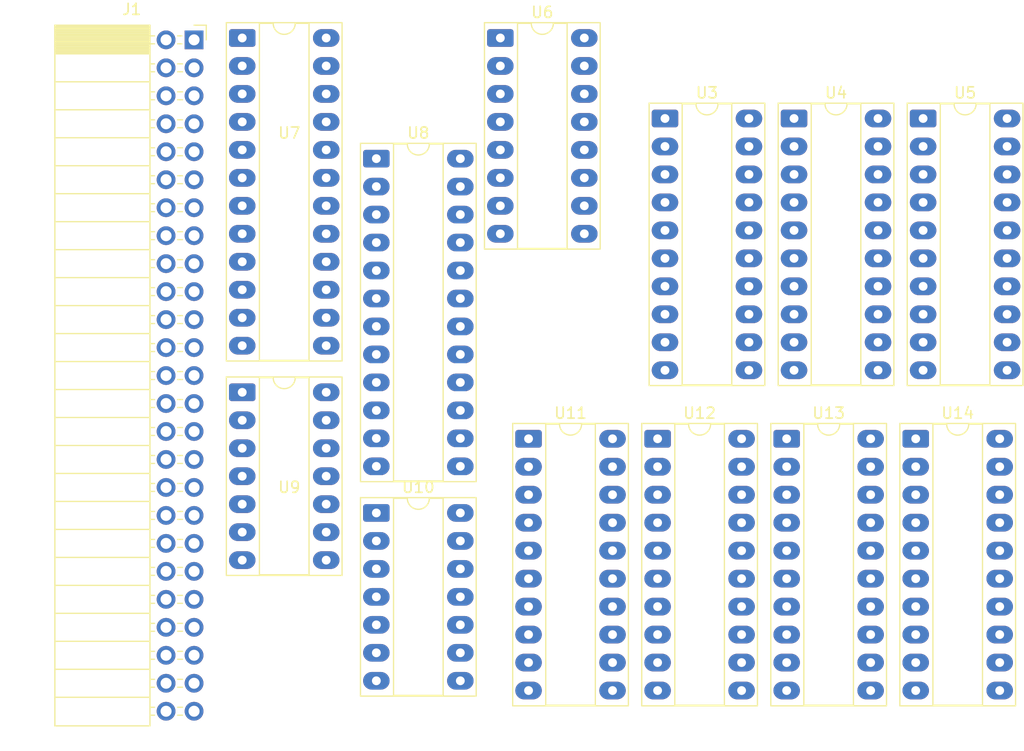
<source format=kicad_pcb>
(kicad_pcb (version 20241229) (generator "pcbnew") (generator_version "9.0")
  (layers (0 "F.Cu" signal) (2 "B.Cu" signal) (13 "F.Paste" user) (15 "B.Paste" user) (5 "F.SilkS" user "F.Silkscreen") (7 "B.SilkS" user "B.Silkscreen") (1 "F.Mask" user) (3 "B.Mask" user) (25 "Edge.Cuts" user))
  (net 0 "")
  (net 1 "/MODE")
  (net 2 "/Sign")
  (net 3 "/~{CarryOut}")
  (net 4 "GND")
  (net 5 "/~{CARRY}")
  (net 8 "/S3")
  (net 9 "VCC")
  (net 10 "/BUS3")
  (net 11 "/~{ToD}")
  (net 12 "/SHR")
  (net 13 "/BUS5")
  (net 16 "/~{Clk}")
  (net 19 "/~{Enable}")
  (net 20 "/SHL")
  (net 23 "/BUS7")
  (net 24 "/Zero")
  (net 25 "/~{HFromD}")
  (net 27 "/~{HToD}")
  (net 28 "/S0")
  (net 31 "/BUS4")
  (net 34 "/S2")
  (net 35 "/S1")
  (net 37 "/BUS0")
  (net 38 "/BUS2")
  (net 42 "/BUS6")
  (net 43 "/BUS1")
  (net 44 "/~{FromD}")
  (net 45 "/ACCUM7")
  (net 46 "/ACCUM3")
  (net 47 "/ACCUM4")
  (net 48 "Net-(U3-A->B)")
  (net 49 "/ACCUM6")
  (net 50 "Net-(U3-CE)")
  (net 51 "/ACCUM1")
  (net 52 "/ACCUM5")
  (net 53 "/ACCUM2")
  (net 54 "/ACCUM0")
  (net 55 "Net-(U4-A->B)")
  (net 56 "Net-(U4-CE)")
  (net 57 "Net-(U5-CE)")
  (net 58 "Net-(U5-A->B)")
  (net 60 "Net-(U6-G1)")
  (net 65 "/H3")
  (net 66 "/H1")
  (net 67 "Net-(U11-B1)")
  (net 68 "/H0")
  (net 69 "Net-(U11-B3)")
  (net 70 "Net-(U11-B0)")
  (net 72 "Net-(U7-Cn+4)")
  (net 73 "/H2")
  (net 76 "Net-(U11-B2)")
  (net 78 "Net-(U11-B4)")
  (net 80 "/H4")
  (net 81 "/H5")
  (net 82 "/H7")
  (net 83 "/H6")
  (net 84 "Net-(U11-B6)")
  (net 86 "Net-(U11-B5)")
  (net 87 "Net-(U9-Pad4)")
  (net 88 "Net-(U10-Pad6)")
  (net 89 "Net-(U9-Pad1)")
  (net 90 "Net-(U10-Pad12)")
  (net 91 "Net-(U10-Pad13)")
  (net 92 "Net-(U10-Pad11)")
  (net 93 "Net-(U10-Pad10)")
  (net 94 "Net-(U12-Cp)")
  (net 95 "Net-(U14-Cp)")
  (footprint "Connector_PinSocket_2.54mm:PinSocket_2x25_P2.54mm_Horizontal" (layer "F.Cu") (at 57.65 88.24)
    (property "Reference" "J1" (at -5.65 -2.77 0) (layer "F.SilkS"))
    (property "Value" "Conn_02x25_Counter_Clockwise")
    (pad "1" thru_hole rect (at 0 0) (size 1.7 1.7) (drill 1) (layers "*.Cu" "*.Mask") (net 9 "VCC"))
    (pad "2" thru_hole circle (at -2.54 0) (size 1.7 1.7) (drill 1) (layers "*.Cu" "*.Mask") (net 4 "GND"))
    (pad "3" thru_hole circle (at 0 2.54) (size 1.7 1.7) (drill 1) (layers "*.Cu" "*.Mask") (net 16 "/~{Clk}"))
    (pad "4" thru_hole circle (at -2.54 2.54) (size 1.7 1.7) (drill 1) (layers "*.Cu" "*.Mask"))
    (pad "5" thru_hole circle (at 0 5.08) (size 1.7 1.7) (drill 1) (layers "*.Cu" "*.Mask"))
    (pad "6" thru_hole circle (at -2.54 5.08) (size 1.7 1.7) (drill 1) (layers "*.Cu" "*.Mask"))
    (pad "7" thru_hole circle (at 0 7.62) (size 1.7 1.7) (drill 1) (layers "*.Cu" "*.Mask"))
    (pad "8" thru_hole circle (at -2.54 7.62) (size 1.7 1.7) (drill 1) (layers "*.Cu" "*.Mask"))
    (pad "9" thru_hole circle (at 0 10.16) (size 1.7 1.7) (drill 1) (layers "*.Cu" "*.Mask"))
    (pad "10" thru_hole circle (at -2.54 10.16) (size 1.7 1.7) (drill 1) (layers "*.Cu" "*.Mask") (net 4 "GND"))
    (pad "11" thru_hole circle (at 0 12.7) (size 1.7 1.7) (drill 1) (layers "*.Cu" "*.Mask") (net 37 "/BUS0"))
    (pad "12" thru_hole circle (at -2.54 12.7) (size 1.7 1.7) (drill 1) (layers "*.Cu" "*.Mask") (net 43 "/BUS1"))
    (pad "13" thru_hole circle (at 0 15.24) (size 1.7 1.7) (drill 1) (layers "*.Cu" "*.Mask") (net 38 "/BUS2"))
    (pad "14" thru_hole circle (at -2.54 15.24) (size 1.7 1.7) (drill 1) (layers "*.Cu" "*.Mask") (net 10 "/BUS3"))
    (pad "15" thru_hole circle (at 0 17.78) (size 1.7 1.7) (drill 1) (layers "*.Cu" "*.Mask") (net 31 "/BUS4"))
    (pad "16" thru_hole circle (at -2.54 17.78) (size 1.7 1.7) (drill 1) (layers "*.Cu" "*.Mask") (net 13 "/BUS5"))
    (pad "17" thru_hole circle (at 0 20.32) (size 1.7 1.7) (drill 1) (layers "*.Cu" "*.Mask") (net 42 "/BUS6"))
    (pad "18" thru_hole circle (at -2.54 20.32) (size 1.7 1.7) (drill 1) (layers "*.Cu" "*.Mask") (net 23 "/BUS7"))
    (pad "19" thru_hole circle (at 0 22.86) (size 1.7 1.7) (drill 1) (layers "*.Cu" "*.Mask") (net 4 "GND"))
    (pad "20" thru_hole circle (at -2.54 22.86) (size 1.7 1.7) (drill 1) (layers "*.Cu" "*.Mask"))
    (pad "21" thru_hole circle (at 0 25.4) (size 1.7 1.7) (drill 1) (layers "*.Cu" "*.Mask"))
    (pad "22" thru_hole circle (at -2.54 25.4) (size 1.7 1.7) (drill 1) (layers "*.Cu" "*.Mask"))
    (pad "23" thru_hole circle (at 0 27.94) (size 1.7 1.7) (drill 1) (layers "*.Cu" "*.Mask"))
    (pad "24" thru_hole circle (at -2.54 27.94) (size 1.7 1.7) (drill 1) (layers "*.Cu" "*.Mask"))
    (pad "25" thru_hole circle (at 0 30.48) (size 1.7 1.7) (drill 1) (layers "*.Cu" "*.Mask") (net 9 "VCC"))
    (pad "26" thru_hole circle (at -2.54 30.48) (size 1.7 1.7) (drill 1) (layers "*.Cu" "*.Mask") (net 9 "VCC"))
    (pad "27" thru_hole circle (at 0 33.02) (size 1.7 1.7) (drill 1) (layers "*.Cu" "*.Mask") (net 11 "/~{ToD}"))
    (pad "28" thru_hole circle (at -2.54 33.02) (size 1.7 1.7) (drill 1) (layers "*.Cu" "*.Mask") (net 12 "/SHR"))
    (pad "29" thru_hole circle (at 0 35.56) (size 1.7 1.7) (drill 1) (layers "*.Cu" "*.Mask") (net 20 "/SHL"))
    (pad "30" thru_hole circle (at -2.54 35.56) (size 1.7 1.7) (drill 1) (layers "*.Cu" "*.Mask") (net 5 "/~{CARRY}"))
    (pad "31" thru_hole circle (at 0 38.1) (size 1.7 1.7) (drill 1) (layers "*.Cu" "*.Mask") (net 1 "/MODE"))
    (pad "32" thru_hole circle (at -2.54 38.1) (size 1.7 1.7) (drill 1) (layers "*.Cu" "*.Mask") (net 8 "/S3"))
    (pad "33" thru_hole circle (at 0 40.64) (size 1.7 1.7) (drill 1) (layers "*.Cu" "*.Mask") (net 34 "/S2"))
    (pad "34" thru_hole circle (at -2.54 40.64) (size 1.7 1.7) (drill 1) (layers "*.Cu" "*.Mask") (net 35 "/S1"))
    (pad "35" thru_hole circle (at 0 43.18) (size 1.7 1.7) (drill 1) (layers "*.Cu" "*.Mask") (net 28 "/S0"))
    (pad "36" thru_hole circle (at -2.54 43.18) (size 1.7 1.7) (drill 1) (layers "*.Cu" "*.Mask") (net 24 "/Zero"))
    (pad "37" thru_hole circle (at 0 45.72) (size 1.7 1.7) (drill 1) (layers "*.Cu" "*.Mask") (net 3 "/~{CarryOut}"))
    (pad "38" thru_hole circle (at -2.54 45.72) (size 1.7 1.7) (drill 1) (layers "*.Cu" "*.Mask") (net 2 "/Sign"))
    (pad "39" thru_hole circle (at 0 48.26) (size 1.7 1.7) (drill 1) (layers "*.Cu" "*.Mask") (net 19 "/~{Enable}"))
    (pad "40" thru_hole circle (at -2.54 48.26) (size 1.7 1.7) (drill 1) (layers "*.Cu" "*.Mask") (net 25 "/~{HFromD}"))
    (pad "41" thru_hole circle (at 0 50.8) (size 1.7 1.7) (drill 1) (layers "*.Cu" "*.Mask") (net 27 "/~{HToD}"))
    (pad "42" thru_hole circle (at -2.54 50.8) (size 1.7 1.7) (drill 1) (layers "*.Cu" "*.Mask"))
    (pad "43" thru_hole circle (at 0 53.34) (size 1.7 1.7) (drill 1) (layers "*.Cu" "*.Mask"))
    (pad "44" thru_hole circle (at -2.54 53.34) (size 1.7 1.7) (drill 1) (layers "*.Cu" "*.Mask"))
    (pad "45" thru_hole circle (at 0 55.88) (size 1.7 1.7) (drill 1) (layers "*.Cu" "*.Mask"))
    (pad "46" thru_hole circle (at -2.54 55.88) (size 1.7 1.7) (drill 1) (layers "*.Cu" "*.Mask"))
    (pad "47" thru_hole circle (at 0 58.42) (size 1.7 1.7) (drill 1) (layers "*.Cu" "*.Mask") (net 44 "/~{FromD}"))
    (pad "48" thru_hole circle (at -2.54 58.42) (size 1.7 1.7) (drill 1) (layers "*.Cu" "*.Mask"))
    (pad "49" thru_hole circle (at 0 60.96) (size 1.7 1.7) (drill 1) (layers "*.Cu" "*.Mask") (net 4 "GND"))
    (pad "50" thru_hole circle (at -2.54 60.96) (size 1.7 1.7) (drill 1) (layers "*.Cu" "*.Mask") (net 9 "VCC"))
  )
  (footprint "Package_DIP:DIP-20_W7.62mm_Socket_LongPads" (layer "F.Cu") (at 123.8 95.38)
    (property "Reference" "U5" (at 3.81 -2.33 0) (layer "F.SilkS"))
    (property "Value" "74LS245")
    (pad "1" thru_hole roundrect (at 0 0) (size 2.4 1.6) (drill 0.8) (layers "*.Cu" "*.Mask") (roundrect_rratio 0.15625) (net 58 "Net-(U5-A->B)"))
    (pad "2" thru_hole oval (at 0 2.54) (size 2.4 1.6) (drill 0.8) (layers "*.Cu" "*.Mask") (net 54 "/ACCUM0"))
    (pad "3" thru_hole oval (at 0 5.08) (size 2.4 1.6) (drill 0.8) (layers "*.Cu" "*.Mask") (net 51 "/ACCUM1"))
    (pad "4" thru_hole oval (at 0 7.62) (size 2.4 1.6) (drill 0.8) (layers "*.Cu" "*.Mask") (net 53 "/ACCUM2"))
    (pad "5" thru_hole oval (at 0 10.16) (size 2.4 1.6) (drill 0.8) (layers "*.Cu" "*.Mask") (net 46 "/ACCUM3"))
    (pad "6" thru_hole oval (at 0 12.7) (size 2.4 1.6) (drill 0.8) (layers "*.Cu" "*.Mask") (net 47 "/ACCUM4"))
    (pad "7" thru_hole oval (at 0 15.24) (size 2.4 1.6) (drill 0.8) (layers "*.Cu" "*.Mask") (net 52 "/ACCUM5"))
    (pad "8" thru_hole oval (at 0 17.78) (size 2.4 1.6) (drill 0.8) (layers "*.Cu" "*.Mask") (net 49 "/ACCUM6"))
    (pad "9" thru_hole oval (at 0 20.32) (size 2.4 1.6) (drill 0.8) (layers "*.Cu" "*.Mask") (net 45 "/ACCUM7"))
    (pad "10" thru_hole oval (at 0 22.86) (size 2.4 1.6) (drill 0.8) (layers "*.Cu" "*.Mask") (net 4 "GND"))
    (pad "11" thru_hole oval (at 7.62 22.86) (size 2.4 1.6) (drill 0.8) (layers "*.Cu" "*.Mask") (net 23 "/BUS7"))
    (pad "12" thru_hole oval (at 7.62 20.32) (size 2.4 1.6) (drill 0.8) (layers "*.Cu" "*.Mask") (net 42 "/BUS6"))
    (pad "13" thru_hole oval (at 7.62 17.78) (size 2.4 1.6) (drill 0.8) (layers "*.Cu" "*.Mask") (net 13 "/BUS5"))
    (pad "14" thru_hole oval (at 7.62 15.24) (size 2.4 1.6) (drill 0.8) (layers "*.Cu" "*.Mask") (net 31 "/BUS4"))
    (pad "15" thru_hole oval (at 7.62 12.7) (size 2.4 1.6) (drill 0.8) (layers "*.Cu" "*.Mask") (net 10 "/BUS3"))
    (pad "16" thru_hole oval (at 7.62 10.16) (size 2.4 1.6) (drill 0.8) (layers "*.Cu" "*.Mask") (net 38 "/BUS2"))
    (pad "17" thru_hole oval (at 7.62 7.62) (size 2.4 1.6) (drill 0.8) (layers "*.Cu" "*.Mask") (net 43 "/BUS1"))
    (pad "18" thru_hole oval (at 7.62 5.08) (size 2.4 1.6) (drill 0.8) (layers "*.Cu" "*.Mask") (net 37 "/BUS0"))
    (pad "19" thru_hole oval (at 7.62 2.54) (size 2.4 1.6) (drill 0.8) (layers "*.Cu" "*.Mask") (net 57 "Net-(U5-CE)"))
    (pad "20" thru_hole oval (at 7.62 0) (size 2.4 1.6) (drill 0.8) (layers "*.Cu" "*.Mask") (net 9 "VCC"))
  )
  (footprint "Package_DIP:DIP-20_W7.62mm_Socket_LongPads" (layer "F.Cu") (at 112.09 95.38)
    (property "Reference" "U4" (at 3.81 -2.33 0) (layer "F.SilkS"))
    (property "Value" "74LS245")
    (pad "1" thru_hole roundrect (at 0 0) (size 2.4 1.6) (drill 0.8) (layers "*.Cu" "*.Mask") (roundrect_rratio 0.15625) (net 55 "Net-(U4-A->B)"))
    (pad "2" thru_hole oval (at 0 2.54) (size 2.4 1.6) (drill 0.8) (layers "*.Cu" "*.Mask") (net 4 "GND"))
    (pad "3" thru_hole oval (at 0 5.08) (size 2.4 1.6) (drill 0.8) (layers "*.Cu" "*.Mask") (net 54 "/ACCUM0"))
    (pad "4" thru_hole oval (at 0 7.62) (size 2.4 1.6) (drill 0.8) (layers "*.Cu" "*.Mask") (net 51 "/ACCUM1"))
    (pad "5" thru_hole oval (at 0 10.16) (size 2.4 1.6) (drill 0.8) (layers "*.Cu" "*.Mask") (net 53 "/ACCUM2"))
    (pad "6" thru_hole oval (at 0 12.7) (size 2.4 1.6) (drill 0.8) (layers "*.Cu" "*.Mask") (net 46 "/ACCUM3"))
    (pad "7" thru_hole oval (at 0 15.24) (size 2.4 1.6) (drill 0.8) (layers "*.Cu" "*.Mask") (net 47 "/ACCUM4"))
    (pad "8" thru_hole oval (at 0 17.78) (size 2.4 1.6) (drill 0.8) (layers "*.Cu" "*.Mask") (net 52 "/ACCUM5"))
    (pad "9" thru_hole oval (at 0 20.32) (size 2.4 1.6) (drill 0.8) (layers "*.Cu" "*.Mask") (net 49 "/ACCUM6"))
    (pad "10" thru_hole oval (at 0 22.86) (size 2.4 1.6) (drill 0.8) (layers "*.Cu" "*.Mask") (net 4 "GND"))
    (pad "11" thru_hole oval (at 7.62 22.86) (size 2.4 1.6) (drill 0.8) (layers "*.Cu" "*.Mask") (net 23 "/BUS7"))
    (pad "12" thru_hole oval (at 7.62 20.32) (size 2.4 1.6) (drill 0.8) (layers "*.Cu" "*.Mask") (net 42 "/BUS6"))
    (pad "13" thru_hole oval (at 7.62 17.78) (size 2.4 1.6) (drill 0.8) (layers "*.Cu" "*.Mask") (net 13 "/BUS5"))
    (pad "14" thru_hole oval (at 7.62 15.24) (size 2.4 1.6) (drill 0.8) (layers "*.Cu" "*.Mask") (net 31 "/BUS4"))
    (pad "15" thru_hole oval (at 7.62 12.7) (size 2.4 1.6) (drill 0.8) (layers "*.Cu" "*.Mask") (net 10 "/BUS3"))
    (pad "16" thru_hole oval (at 7.62 10.16) (size 2.4 1.6) (drill 0.8) (layers "*.Cu" "*.Mask") (net 38 "/BUS2"))
    (pad "17" thru_hole oval (at 7.62 7.62) (size 2.4 1.6) (drill 0.8) (layers "*.Cu" "*.Mask") (net 43 "/BUS1"))
    (pad "18" thru_hole oval (at 7.62 5.08) (size 2.4 1.6) (drill 0.8) (layers "*.Cu" "*.Mask") (net 37 "/BUS0"))
    (pad "19" thru_hole oval (at 7.62 2.54) (size 2.4 1.6) (drill 0.8) (layers "*.Cu" "*.Mask") (net 56 "Net-(U4-CE)"))
    (pad "20" thru_hole oval (at 7.62 0) (size 2.4 1.6) (drill 0.8) (layers "*.Cu" "*.Mask") (net 9 "VCC"))
  )
  (footprint "Package_DIP:DIP-24_W7.62mm_Socket_LongPads" (layer "F.Cu") (at 74.19 99.025)
    (property "Reference" "U8" (at 3.81 -2.33 0) (layer "F.SilkS"))
    (property "Value" "74LS181")
    (pad "1" thru_hole roundrect (at 0 0) (size 2.4 1.6) (drill 0.8) (layers "*.Cu" "*.Mask") (roundrect_rratio 0.15625) (net 47 "/ACCUM4"))
    (pad "2" thru_hole oval (at 0 2.54) (size 2.4 1.6) (drill 0.8) (layers "*.Cu" "*.Mask") (net 80 "/H4"))
    (pad "3" thru_hole oval (at 0 5.08) (size 2.4 1.6) (drill 0.8) (layers "*.Cu" "*.Mask") (net 8 "/S3"))
    (pad "4" thru_hole oval (at 0 7.62) (size 2.4 1.6) (drill 0.8) (layers "*.Cu" "*.Mask") (net 34 "/S2"))
    (pad "5" thru_hole oval (at 0 10.16) (size 2.4 1.6) (drill 0.8) (layers "*.Cu" "*.Mask") (net 35 "/S1"))
    (pad "6" thru_hole oval (at 0 12.7) (size 2.4 1.6) (drill 0.8) (layers "*.Cu" "*.Mask") (net 28 "/S0"))
    (pad "7" thru_hole oval (at 0 15.24) (size 2.4 1.6) (drill 0.8) (layers "*.Cu" "*.Mask") (net 72 "Net-(U7-Cn+4)"))
    (pad "8" thru_hole oval (at 0 17.78) (size 2.4 1.6) (drill 0.8) (layers "*.Cu" "*.Mask") (net 1 "/MODE"))
    (pad "9" thru_hole oval (at 0 20.32) (size 2.4 1.6) (drill 0.8) (layers "*.Cu" "*.Mask") (net 78 "Net-(U11-B4)"))
    (pad "10" thru_hole oval (at 0 22.86) (size 2.4 1.6) (drill 0.8) (layers "*.Cu" "*.Mask") (net 86 "Net-(U11-B5)"))
    (pad "11" thru_hole oval (at 0 25.4) (size 2.4 1.6) (drill 0.8) (layers "*.Cu" "*.Mask") (net 84 "Net-(U11-B6)"))
    (pad "12" thru_hole oval (at 0 27.94) (size 2.4 1.6) (drill 0.8) (layers "*.Cu" "*.Mask") (net 4 "GND"))
    (pad "13" thru_hole oval (at 7.62 27.94) (size 2.4 1.6) (drill 0.8) (layers "*.Cu" "*.Mask") (net 2 "/Sign"))
    (pad "14" thru_hole oval (at 7.62 25.4) (size 2.4 1.6) (drill 0.8) (layers "*.Cu" "*.Mask"))
    (pad "15" thru_hole oval (at 7.62 22.86) (size 2.4 1.6) (drill 0.8) (layers "*.Cu" "*.Mask"))
    (pad "16" thru_hole oval (at 7.62 20.32) (size 2.4 1.6) (drill 0.8) (layers "*.Cu" "*.Mask") (net 3 "/~{CarryOut}"))
    (pad "17" thru_hole oval (at 7.62 17.78) (size 2.4 1.6) (drill 0.8) (layers "*.Cu" "*.Mask"))
    (pad "18" thru_hole oval (at 7.62 15.24) (size 2.4 1.6) (drill 0.8) (layers "*.Cu" "*.Mask") (net 45 "/ACCUM7"))
    (pad "19" thru_hole oval (at 7.62 12.7) (size 2.4 1.6) (drill 0.8) (layers "*.Cu" "*.Mask") (net 82 "/H7"))
    (pad "20" thru_hole oval (at 7.62 10.16) (size 2.4 1.6) (drill 0.8) (layers "*.Cu" "*.Mask") (net 49 "/ACCUM6"))
    (pad "21" thru_hole oval (at 7.62 7.62) (size 2.4 1.6) (drill 0.8) (layers "*.Cu" "*.Mask") (net 83 "/H6"))
    (pad "22" thru_hole oval (at 7.62 5.08) (size 2.4 1.6) (drill 0.8) (layers "*.Cu" "*.Mask") (net 52 "/ACCUM5"))
    (pad "23" thru_hole oval (at 7.62 2.54) (size 2.4 1.6) (drill 0.8) (layers "*.Cu" "*.Mask") (net 81 "/H5"))
    (pad "24" thru_hole oval (at 7.62 0) (size 2.4 1.6) (drill 0.8) (layers "*.Cu" "*.Mask") (net 9 "VCC"))
  )
  (footprint "Package_DIP:DIP-20_W7.62mm_Socket_LongPads" (layer "F.Cu") (at 111.42 124.46)
    (property "Reference" "U13" (at 3.81 -2.33 0) (layer "F.SilkS"))
    (property "Value" "74LS245")
    (pad "1" thru_hole roundrect (at 0 0) (size 2.4 1.6) (drill 0.8) (layers "*.Cu" "*.Mask") (roundrect_rratio 0.15625) (net 4 "GND"))
    (pad "2" thru_hole oval (at 0 2.54) (size 2.4 1.6) (drill 0.8) (layers "*.Cu" "*.Mask") (net 37 "/BUS0"))
    (pad "3" thru_hole oval (at 0 5.08) (size 2.4 1.6) (drill 0.8) (layers "*.Cu" "*.Mask") (net 43 "/BUS1"))
    (pad "4" thru_hole oval (at 0 7.62) (size 2.4 1.6) (drill 0.8) (layers "*.Cu" "*.Mask") (net 38 "/BUS2"))
    (pad "5" thru_hole oval (at 0 10.16) (size 2.4 1.6) (drill 0.8) (layers "*.Cu" "*.Mask") (net 10 "/BUS3"))
    (pad "6" thru_hole oval (at 0 12.7) (size 2.4 1.6) (drill 0.8) (layers "*.Cu" "*.Mask") (net 31 "/BUS4"))
    (pad "7" thru_hole oval (at 0 15.24) (size 2.4 1.6) (drill 0.8) (layers "*.Cu" "*.Mask") (net 13 "/BUS5"))
    (pad "8" thru_hole oval (at 0 17.78) (size 2.4 1.6) (drill 0.8) (layers "*.Cu" "*.Mask") (net 42 "/BUS6"))
    (pad "9" thru_hole oval (at 0 20.32) (size 2.4 1.6) (drill 0.8) (layers "*.Cu" "*.Mask") (net 23 "/BUS7"))
    (pad "10" thru_hole oval (at 0 22.86) (size 2.4 1.6) (drill 0.8) (layers "*.Cu" "*.Mask") (net 4 "GND"))
    (pad "11" thru_hole oval (at 7.62 22.86) (size 2.4 1.6) (drill 0.8) (layers "*.Cu" "*.Mask") (net 82 "/H7"))
    (pad "12" thru_hole oval (at 7.62 20.32) (size 2.4 1.6) (drill 0.8) (layers "*.Cu" "*.Mask") (net 83 "/H6"))
    (pad "13" thru_hole oval (at 7.62 17.78) (size 2.4 1.6) (drill 0.8) (layers "*.Cu" "*.Mask") (net 81 "/H5"))
    (pad "14" thru_hole oval (at 7.62 15.24) (size 2.4 1.6) (drill 0.8) (layers "*.Cu" "*.Mask") (net 80 "/H4"))
    (pad "15" thru_hole oval (at 7.62 12.7) (size 2.4 1.6) (drill 0.8) (layers "*.Cu" "*.Mask") (net 65 "/H3"))
    (pad "16" thru_hole oval (at 7.62 10.16) (size 2.4 1.6) (drill 0.8) (layers "*.Cu" "*.Mask") (net 73 "/H2"))
    (pad "17" thru_hole oval (at 7.62 7.62) (size 2.4 1.6) (drill 0.8) (layers "*.Cu" "*.Mask") (net 66 "/H1"))
    (pad "18" thru_hole oval (at 7.62 5.08) (size 2.4 1.6) (drill 0.8) (layers "*.Cu" "*.Mask") (net 68 "/H0"))
    (pad "19" thru_hole oval (at 7.62 2.54) (size 2.4 1.6) (drill 0.8) (layers "*.Cu" "*.Mask") (net 27 "/~{HToD}"))
    (pad "20" thru_hole oval (at 7.62 0) (size 2.4 1.6) (drill 0.8) (layers "*.Cu" "*.Mask") (net 9 "VCC"))
  )
  (footprint "Package_DIP:DIP-20_W7.62mm_Socket_LongPads" (layer "F.Cu") (at 99.71 124.46)
    (property "Reference" "U12" (at 3.81 -2.33 0) (layer "F.SilkS"))
    (property "Value" "74LS574")
    (pad "1" thru_hole roundrect (at 0 0) (size 2.4 1.6) (drill 0.8) (layers "*.Cu" "*.Mask") (roundrect_rratio 0.15625) (net 4 "GND"))
    (pad "2" thru_hole oval (at 0 2.54) (size 2.4 1.6) (drill 0.8) (layers "*.Cu" "*.Mask") (net 37 "/BUS0"))
    (pad "3" thru_hole oval (at 0 5.08) (size 2.4 1.6) (drill 0.8) (layers "*.Cu" "*.Mask") (net 43 "/BUS1"))
    (pad "4" thru_hole oval (at 0 7.62) (size 2.4 1.6) (drill 0.8) (layers "*.Cu" "*.Mask") (net 38 "/BUS2"))
    (pad "5" thru_hole oval (at 0 10.16) (size 2.4 1.6) (drill 0.8) (layers "*.Cu" "*.Mask") (net 10 "/BUS3"))
    (pad "6" thru_hole oval (at 0 12.7) (size 2.4 1.6) (drill 0.8) (layers "*.Cu" "*.Mask") (net 31 "/BUS4"))
    (pad "7" thru_hole oval (at 0 15.24) (size 2.4 1.6) (drill 0.8) (layers "*.Cu" "*.Mask") (net 13 "/BUS5"))
    (pad "8" thru_hole oval (at 0 17.78) (size 2.4 1.6) (drill 0.8) (layers "*.Cu" "*.Mask") (net 42 "/BUS6"))
    (pad "9" thru_hole oval (at 0 20.32) (size 2.4 1.6) (drill 0.8) (layers "*.Cu" "*.Mask") (net 23 "/BUS7"))
    (pad "10" thru_hole oval (at 0 22.86) (size 2.4 1.6) (drill 0.8) (layers "*.Cu" "*.Mask") (net 4 "GND"))
    (pad "11" thru_hole oval (at 7.62 22.86) (size 2.4 1.6) (drill 0.8) (layers "*.Cu" "*.Mask") (net 94 "Net-(U12-Cp)"))
    (pad "12" thru_hole oval (at 7.62 20.32) (size 2.4 1.6) (drill 0.8) (layers "*.Cu" "*.Mask") (net 82 "/H7"))
    (pad "13" thru_hole oval (at 7.62 17.78) (size 2.4 1.6) (drill 0.8) (layers "*.Cu" "*.Mask") (net 83 "/H6"))
    (pad "14" thru_hole oval (at 7.62 15.24) (size 2.4 1.6) (drill 0.8) (layers "*.Cu" "*.Mask") (net 81 "/H5"))
    (pad "15" thru_hole oval (at 7.62 12.7) (size 2.4 1.6) (drill 0.8) (layers "*.Cu" "*.Mask") (net 80 "/H4"))
    (pad "16" thru_hole oval (at 7.62 10.16) (size 2.4 1.6) (drill 0.8) (layers "*.Cu" "*.Mask") (net 65 "/H3"))
    (pad "17" thru_hole oval (at 7.62 7.62) (size 2.4 1.6) (drill 0.8) (layers "*.Cu" "*.Mask") (net 73 "/H2"))
    (pad "18" thru_hole oval (at 7.62 5.08) (size 2.4 1.6) (drill 0.8) (layers "*.Cu" "*.Mask") (net 66 "/H1"))
    (pad "19" thru_hole oval (at 7.62 2.54) (size 2.4 1.6) (drill 0.8) (layers "*.Cu" "*.Mask") (net 68 "/H0"))
    (pad "20" thru_hole oval (at 7.62 0) (size 2.4 1.6) (drill 0.8) (layers "*.Cu" "*.Mask") (net 9 "VCC"))
  )
  (footprint "Package_DIP:DIP-14_W7.62mm_Socket_LongPads" (layer "F.Cu") (at 74.19 131.195)
    (property "Reference" "U10" (at 3.81 -2.33 0) (layer "F.SilkS"))
    (property "Value" "74LS02")
    (pad "1" thru_hole roundrect (at 0 0) (size 2.4 1.6) (drill 0.8) (layers "*.Cu" "*.Mask") (roundrect_rratio 0.15625) (net 24 "/Zero"))
    (pad "2" thru_hole oval (at 0 2.54) (size 2.4 1.6) (drill 0.8) (layers "*.Cu" "*.Mask") (net 91 "Net-(U10-Pad13)"))
    (pad "3" thru_hole oval (at 0 5.08) (size 2.4 1.6) (drill 0.8) (layers "*.Cu" "*.Mask") (net 91 "Net-(U10-Pad13)"))
    (pad "4" thru_hole oval (at 0 7.62) (size 2.4 1.6) (drill 0.8) (layers "*.Cu" "*.Mask") (net 92 "Net-(U10-Pad11)"))
    (pad "5" thru_hole oval (at 0 10.16) (size 2.4 1.6) (drill 0.8) (layers "*.Cu" "*.Mask") (net 93 "Net-(U10-Pad10)"))
    (pad "6" thru_hole oval (at 0 12.7) (size 2.4 1.6) (drill 0.8) (layers "*.Cu" "*.Mask") (net 88 "Net-(U10-Pad6)"))
    (pad "7" thru_hole oval (at 0 15.24) (size 2.4 1.6) (drill 0.8) (layers "*.Cu" "*.Mask") (net 4 "GND"))
    (pad "8" thru_hole oval (at 7.62 15.24) (size 2.4 1.6) (drill 0.8) (layers "*.Cu" "*.Mask") (net 78 "Net-(U11-B4)"))
    (pad "9" thru_hole oval (at 7.62 12.7) (size 2.4 1.6) (drill 0.8) (layers "*.Cu" "*.Mask") (net 86 "Net-(U11-B5)"))
    (pad "10" thru_hole oval (at 7.62 10.16) (size 2.4 1.6) (drill 0.8) (layers "*.Cu" "*.Mask") (net 93 "Net-(U10-Pad10)"))
    (pad "11" thru_hole oval (at 7.62 7.62) (size 2.4 1.6) (drill 0.8) (layers "*.Cu" "*.Mask") (net 92 "Net-(U10-Pad11)"))
    (pad "12" thru_hole oval (at 7.62 5.08) (size 2.4 1.6) (drill 0.8) (layers "*.Cu" "*.Mask") (net 90 "Net-(U10-Pad12)"))
    (pad "13" thru_hole oval (at 7.62 2.54) (size 2.4 1.6) (drill 0.8) (layers "*.Cu" "*.Mask") (net 91 "Net-(U10-Pad13)"))
    (pad "14" thru_hole oval (at 7.62 0) (size 2.4 1.6) (drill 0.8) (layers "*.Cu" "*.Mask") (net 9 "VCC"))
  )
  (footprint "Package_DIP:DIP-20_W7.62mm_Socket_LongPads" (layer "F.Cu") (at 88 124.46)
    (property "Reference" "U11" (at 3.81 -2.33 0) (layer "F.SilkS"))
    (property "Value" "74LS245")
    (pad "1" thru_hole roundrect (at 0 0) (size 2.4 1.6) (drill 0.8) (layers "*.Cu" "*.Mask") (roundrect_rratio 0.15625) (net 4 "GND"))
    (pad "2" thru_hole oval (at 0 2.54) (size 2.4 1.6) (drill 0.8) (layers "*.Cu" "*.Mask") (net 37 "/BUS0"))
    (pad "3" thru_hole oval (at 0 5.08) (size 2.4 1.6) (drill 0.8) (layers "*.Cu" "*.Mask") (net 43 "/BUS1"))
    (pad "4" thru_hole oval (at 0 7.62) (size 2.4 1.6) (drill 0.8) (layers "*.Cu" "*.Mask") (net 38 "/BUS2"))
    (pad "5" thru_hole oval (at 0 10.16) (size 2.4 1.6) (drill 0.8) (layers "*.Cu" "*.Mask") (net 10 "/BUS3"))
    (pad "6" thru_hole oval (at 0 12.7) (size 2.4 1.6) (drill 0.8) (layers "*.Cu" "*.Mask") (net 31 "/BUS4"))
    (pad "7" thru_hole oval (at 0 15.24) (size 2.4 1.6) (drill 0.8) (layers "*.Cu" "*.Mask") (net 13 "/BUS5"))
    (pad "8" thru_hole oval (at 0 17.78) (size 2.4 1.6) (drill 0.8) (layers "*.Cu" "*.Mask") (net 42 "/BUS6"))
    (pad "9" thru_hole oval (at 0 20.32) (size 2.4 1.6) (drill 0.8) (layers "*.Cu" "*.Mask") (net 23 "/BUS7"))
    (pad "10" thru_hole oval (at 0 22.86) (size 2.4 1.6) (drill 0.8) (layers "*.Cu" "*.Mask") (net 4 "GND"))
    (pad "11" thru_hole oval (at 7.62 22.86) (size 2.4 1.6) (drill 0.8) (layers "*.Cu" "*.Mask") (net 2 "/Sign"))
    (pad "12" thru_hole oval (at 7.62 20.32) (size 2.4 1.6) (drill 0.8) (layers "*.Cu" "*.Mask") (net 84 "Net-(U11-B6)"))
    (pad "13" thru_hole oval (at 7.62 17.78) (size 2.4 1.6) (drill 0.8) (layers "*.Cu" "*.Mask") (net 86 "Net-(U11-B5)"))
    (pad "14" thru_hole oval (at 7.62 15.24) (size 2.4 1.6) (drill 0.8) (layers "*.Cu" "*.Mask") (net 78 "Net-(U11-B4)"))
    (pad "15" thru_hole oval (at 7.62 12.7) (size 2.4 1.6) (drill 0.8) (layers "*.Cu" "*.Mask") (net 69 "Net-(U11-B3)"))
    (pad "16" thru_hole oval (at 7.62 10.16) (size 2.4 1.6) (drill 0.8) (layers "*.Cu" "*.Mask") (net 76 "Net-(U11-B2)"))
    (pad "17" thru_hole oval (at 7.62 7.62) (size 2.4 1.6) (drill 0.8) (layers "*.Cu" "*.Mask") (net 67 "Net-(U11-B1)"))
    (pad "18" thru_hole oval (at 7.62 5.08) (size 2.4 1.6) (drill 0.8) (layers "*.Cu" "*.Mask") (net 70 "Net-(U11-B0)"))
    (pad "19" thru_hole oval (at 7.62 2.54) (size 2.4 1.6) (drill 0.8) (layers "*.Cu" "*.Mask") (net 19 "/~{Enable}"))
    (pad "20" thru_hole oval (at 7.62 0) (size 2.4 1.6) (drill 0.8) (layers "*.Cu" "*.Mask") (net 9 "VCC"))
  )
  (footprint "Package_DIP:DIP-20_W7.62mm_Socket_LongPads" (layer "F.Cu") (at 100.38 95.38)
    (property "Reference" "U3" (at 3.81 -2.33 0) (layer "F.SilkS"))
    (property "Value" "74LS245")
    (pad "1" thru_hole roundrect (at 0 0) (size 2.4 1.6) (drill 0.8) (layers "*.Cu" "*.Mask") (roundrect_rratio 0.15625) (net 48 "Net-(U3-A->B)"))
    (pad "2" thru_hole oval (at 0 2.54) (size 2.4 1.6) (drill 0.8) (layers "*.Cu" "*.Mask") (net 51 "/ACCUM1"))
    (pad "3" thru_hole oval (at 0 5.08) (size 2.4 1.6) (drill 0.8) (layers "*.Cu" "*.Mask") (net 53 "/ACCUM2"))
    (pad "4" thru_hole oval (at 0 7.62) (size 2.4 1.6) (drill 0.8) (layers "*.Cu" "*.Mask") (net 46 "/ACCUM3"))
    (pad "5" thru_hole oval (at 0 10.16) (size 2.4 1.6) (drill 0.8) (layers "*.Cu" "*.Mask") (net 47 "/ACCUM4"))
    (pad "6" thru_hole oval (at 0 12.7) (size 2.4 1.6) (drill 0.8) (layers "*.Cu" "*.Mask") (net 52 "/ACCUM5"))
    (pad "7" thru_hole oval (at 0 15.24) (size 2.4 1.6) (drill 0.8) (layers "*.Cu" "*.Mask") (net 49 "/ACCUM6"))
    (pad "8" thru_hole oval (at 0 17.78) (size 2.4 1.6) (drill 0.8) (layers "*.Cu" "*.Mask") (net 45 "/ACCUM7"))
    (pad "9" thru_hole oval (at 0 20.32) (size 2.4 1.6) (drill 0.8) (layers "*.Cu" "*.Mask") (net 4 "GND"))
    (pad "10" thru_hole oval (at 0 22.86) (size 2.4 1.6) (drill 0.8) (layers "*.Cu" "*.Mask") (net 4 "GND"))
    (pad "11" thru_hole oval (at 7.62 22.86) (size 2.4 1.6) (drill 0.8) (layers "*.Cu" "*.Mask") (net 23 "/BUS7"))
    (pad "12" thru_hole oval (at 7.62 20.32) (size 2.4 1.6) (drill 0.8) (layers "*.Cu" "*.Mask") (net 42 "/BUS6"))
    (pad "13" thru_hole oval (at 7.62 17.78) (size 2.4 1.6) (drill 0.8) (layers "*.Cu" "*.Mask") (net 13 "/BUS5"))
    (pad "14" thru_hole oval (at 7.62 15.24) (size 2.4 1.6) (drill 0.8) (layers "*.Cu" "*.Mask") (net 31 "/BUS4"))
    (pad "15" thru_hole oval (at 7.62 12.7) (size 2.4 1.6) (drill 0.8) (layers "*.Cu" "*.Mask") (net 10 "/BUS3"))
    (pad "16" thru_hole oval (at 7.62 10.16) (size 2.4 1.6) (drill 0.8) (layers "*.Cu" "*.Mask") (net 38 "/BUS2"))
    (pad "17" thru_hole oval (at 7.62 7.62) (size 2.4 1.6) (drill 0.8) (layers "*.Cu" "*.Mask") (net 43 "/BUS1"))
    (pad "18" thru_hole oval (at 7.62 5.08) (size 2.4 1.6) (drill 0.8) (layers "*.Cu" "*.Mask") (net 37 "/BUS0"))
    (pad "19" thru_hole oval (at 7.62 2.54) (size 2.4 1.6) (drill 0.8) (layers "*.Cu" "*.Mask") (net 50 "Net-(U3-CE)"))
    (pad "20" thru_hole oval (at 7.62 0) (size 2.4 1.6) (drill 0.8) (layers "*.Cu" "*.Mask") (net 9 "VCC"))
  )
  (footprint "Package_DIP:DIP-20_W7.62mm_Socket_LongPads" (layer "F.Cu") (at 123.13 124.46)
    (property "Reference" "U14" (at 3.81 -2.33 0) (layer "F.SilkS"))
    (property "Value" "74LS574")
    (pad "1" thru_hole roundrect (at 0 0) (size 2.4 1.6) (drill 0.8) (layers "*.Cu" "*.Mask") (roundrect_rratio 0.15625) (net 4 "GND"))
    (pad "2" thru_hole oval (at 0 2.54) (size 2.4 1.6) (drill 0.8) (layers "*.Cu" "*.Mask") (net 37 "/BUS0"))
    (pad "3" thru_hole oval (at 0 5.08) (size 2.4 1.6) (drill 0.8) (layers "*.Cu" "*.Mask") (net 43 "/BUS1"))
    (pad "4" thru_hole oval (at 0 7.62) (size 2.4 1.6) (drill 0.8) (layers "*.Cu" "*.Mask") (net 38 "/BUS2"))
    (pad "5" thru_hole oval (at 0 10.16) (size 2.4 1.6) (drill 0.8) (layers "*.Cu" "*.Mask") (net 10 "/BUS3"))
    (pad "6" thru_hole oval (at 0 12.7) (size 2.4 1.6) (drill 0.8) (layers "*.Cu" "*.Mask") (net 31 "/BUS4"))
    (pad "7" thru_hole oval (at 0 15.24) (size 2.4 1.6) (drill 0.8) (layers "*.Cu" "*.Mask") (net 13 "/BUS5"))
    (pad "8" thru_hole oval (at 0 17.78) (size 2.4 1.6) (drill 0.8) (layers "*.Cu" "*.Mask") (net 42 "/BUS6"))
    (pad "9" thru_hole oval (at 0 20.32) (size 2.4 1.6) (drill 0.8) (layers "*.Cu" "*.Mask") (net 23 "/BUS7"))
    (pad "10" thru_hole oval (at 0 22.86) (size 2.4 1.6) (drill 0.8) (layers "*.Cu" "*.Mask") (net 4 "GND"))
    (pad "11" thru_hole oval (at 7.62 22.86) (size 2.4 1.6) (drill 0.8) (layers "*.Cu" "*.Mask") (net 95 "Net-(U14-Cp)"))
    (pad "12" thru_hole oval (at 7.62 20.32) (size 2.4 1.6) (drill 0.8) (layers "*.Cu" "*.Mask") (net 45 "/ACCUM7"))
    (pad "13" thru_hole oval (at 7.62 17.78) (size 2.4 1.6) (drill 0.8) (layers "*.Cu" "*.Mask") (net 49 "/ACCUM6"))
    (pad "14" thru_hole oval (at 7.62 15.24) (size 2.4 1.6) (drill 0.8) (layers "*.Cu" "*.Mask") (net 52 "/ACCUM5"))
    (pad "15" thru_hole oval (at 7.62 12.7) (size 2.4 1.6) (drill 0.8) (layers "*.Cu" "*.Mask") (net 47 "/ACCUM4"))
    (pad "16" thru_hole oval (at 7.62 10.16) (size 2.4 1.6) (drill 0.8) (layers "*.Cu" "*.Mask") (net 46 "/ACCUM3"))
    (pad "17" thru_hole oval (at 7.62 7.62) (size 2.4 1.6) (drill 0.8) (layers "*.Cu" "*.Mask") (net 53 "/ACCUM2"))
    (pad "18" thru_hole oval (at 7.62 5.08) (size 2.4 1.6) (drill 0.8) (layers "*.Cu" "*.Mask") (net 51 "/ACCUM1"))
    (pad "19" thru_hole oval (at 7.62 2.54) (size 2.4 1.6) (drill 0.8) (layers "*.Cu" "*.Mask") (net 54 "/ACCUM0"))
    (pad "20" thru_hole oval (at 7.62 0) (size 2.4 1.6) (drill 0.8) (layers "*.Cu" "*.Mask") (net 9 "VCC"))
  )
  (footprint "Package_DIP:DIP-14_W7.62mm_Socket_LongPads" (layer "F.Cu") (at 62.02 120.24)
    (property "Reference" "U9" (at 4.27 8.625 0) (layer "F.SilkS"))
    (property "Value" "74LS02")
    (pad "1" thru_hole roundrect (at 0 0) (size 2.4 1.6) (drill 0.8) (layers "*.Cu" "*.Mask") (roundrect_rratio 0.15625) (net 89 "Net-(U9-Pad1)"))
    (pad "2" thru_hole oval (at 0 2.54) (size 2.4 1.6) (drill 0.8) (layers "*.Cu" "*.Mask") (net 70 "Net-(U11-B0)"))
    (pad "3" thru_hole oval (at 0 5.08) (size 2.4 1.6) (drill 0.8) (layers "*.Cu" "*.Mask") (net 67 "Net-(U11-B1)"))
    (pad "4" thru_hole oval (at 0 7.62) (size 2.4 1.6) (drill 0.8) (layers "*.Cu" "*.Mask") (net 87 "Net-(U9-Pad4)"))
    (pad "5" thru_hole oval (at 0 10.16) (size 2.4 1.6) (drill 0.8) (layers "*.Cu" "*.Mask") (net 76 "Net-(U11-B2)"))
    (pad "6" thru_hole oval (at 0 12.7) (size 2.4 1.6) (drill 0.8) (layers "*.Cu" "*.Mask") (net 69 "Net-(U11-B3)"))
    (pad "7" thru_hole oval (at 0 15.24) (size 2.4 1.6) (drill 0.8) (layers "*.Cu" "*.Mask") (net 4 "GND"))
    (pad "8" thru_hole oval (at 7.62 15.24) (size 2.4 1.6) (drill 0.8) (layers "*.Cu" "*.Mask") (net 89 "Net-(U9-Pad1)"))
    (pad "9" thru_hole oval (at 7.62 12.7) (size 2.4 1.6) (drill 0.8) (layers "*.Cu" "*.Mask") (net 87 "Net-(U9-Pad4)"))
    (pad "10" thru_hole oval (at 7.62 10.16) (size 2.4 1.6) (drill 0.8) (layers "*.Cu" "*.Mask") (net 90 "Net-(U10-Pad12)"))
    (pad "11" thru_hole oval (at 7.62 7.62) (size 2.4 1.6) (drill 0.8) (layers "*.Cu" "*.Mask") (net 84 "Net-(U11-B6)"))
    (pad "12" thru_hole oval (at 7.62 5.08) (size 2.4 1.6) (drill 0.8) (layers "*.Cu" "*.Mask") (net 2 "/Sign"))
    (pad "13" thru_hole oval (at 7.62 2.54) (size 2.4 1.6) (drill 0.8) (layers "*.Cu" "*.Mask") (net 88 "Net-(U10-Pad6)"))
    (pad "14" thru_hole oval (at 7.62 0) (size 2.4 1.6) (drill 0.8) (layers "*.Cu" "*.Mask") (net 9 "VCC"))
  )
  (footprint "Package_DIP:DIP-24_W7.62mm_Socket_LongPads" (layer "F.Cu") (at 62.02 88.07)
    (property "Reference" "U7" (at 4.27 8.625 0) (layer "F.SilkS"))
    (property "Value" "74LS181")
    (pad "1" thru_hole roundrect (at 0 0) (size 2.4 1.6) (drill 0.8) (layers "*.Cu" "*.Mask") (roundrect_rratio 0.15625) (net 54 "/ACCUM0"))
    (pad "2" thru_hole oval (at 0 2.54) (size 2.4 1.6) (drill 0.8) (layers "*.Cu" "*.Mask") (net 68 "/H0"))
    (pad "3" thru_hole oval (at 0 5.08) (size 2.4 1.6) (drill 0.8) (layers "*.Cu" "*.Mask") (net 8 "/S3"))
    (pad "4" thru_hole oval (at 0 7.62) (size 2.4 1.6) (drill 0.8) (layers "*.Cu" "*.Mask") (net 34 "/S2"))
    (pad "5" thru_hole oval (at 0 10.16) (size 2.4 1.6) (drill 0.8) (layers "*.Cu" "*.Mask") (net 35 "/S1"))
    (pad "6" thru_hole oval (at 0 12.7) (size 2.4 1.6) (drill 0.8) (layers "*.Cu" "*.Mask") (net 28 "/S0"))
    (pad "7" thru_hole oval (at 0 15.24) (size 2.4 1.6) (drill 0.8) (layers "*.Cu" "*.Mask") (net 5 "/~{CARRY}"))
    (pad "8" thru_hole oval (at 0 17.78) (size 2.4 1.6) (drill 0.8) (layers "*.Cu" "*.Mask") (net 1 "/MODE"))
    (pad "9" thru_hole oval (at 0 20.32) (size 2.4 1.6) (drill 0.8) (layers "*.Cu" "*.Mask") (net 70 "Net-(U11-B0)"))
    (pad "10" thru_hole oval (at 0 22.86) (size 2.4 1.6) (drill 0.8) (layers "*.Cu" "*.Mask") (net 67 "Net-(U11-B1)"))
    (pad "11" thru_hole oval (at 0 25.4) (size 2.4 1.6) (drill 0.8) (layers "*.Cu" "*.Mask") (net 76 "Net-(U11-B2)"))
    (pad "12" thru_hole oval (at 0 27.94) (size 2.4 1.6) (drill 0.8) (layers "*.Cu" "*.Mask") (net 4 "GND"))
    (pad "13" thru_hole oval (at 7.62 27.94) (size 2.4 1.6) (drill 0.8) (layers "*.Cu" "*.Mask") (net 69 "Net-(U11-B3)"))
    (pad "14" thru_hole oval (at 7.62 25.4) (size 2.4 1.6) (drill 0.8) (layers "*.Cu" "*.Mask"))
    (pad "15" thru_hole oval (at 7.62 22.86) (size 2.4 1.6) (drill 0.8) (layers "*.Cu" "*.Mask"))
    (pad "16" thru_hole oval (at 7.62 20.32) (size 2.4 1.6) (drill 0.8) (layers "*.Cu" "*.Mask") (net 72 "Net-(U7-Cn+4)"))
    (pad "17" thru_hole oval (at 7.62 17.78) (size 2.4 1.6) (drill 0.8) (layers "*.Cu" "*.Mask"))
    (pad "18" thru_hole oval (at 7.62 15.24) (size 2.4 1.6) (drill 0.8) (layers "*.Cu" "*.Mask") (net 46 "/ACCUM3"))
    (pad "19" thru_hole oval (at 7.62 12.7) (size 2.4 1.6) (drill 0.8) (layers "*.Cu" "*.Mask") (net 65 "/H3"))
    (pad "20" thru_hole oval (at 7.62 10.16) (size 2.4 1.6) (drill 0.8) (layers "*.Cu" "*.Mask") (net 53 "/ACCUM2"))
    (pad "21" thru_hole oval (at 7.62 7.62) (size 2.4 1.6) (drill 0.8) (layers "*.Cu" "*.Mask") (net 73 "/H2"))
    (pad "22" thru_hole oval (at 7.62 5.08) (size 2.4 1.6) (drill 0.8) (layers "*.Cu" "*.Mask") (net 51 "/ACCUM1"))
    (pad "23" thru_hole oval (at 7.62 2.54) (size 2.4 1.6) (drill 0.8) (layers "*.Cu" "*.Mask") (net 66 "/H1"))
    (pad "24" thru_hole oval (at 7.62 0) (size 2.4 1.6) (drill 0.8) (layers "*.Cu" "*.Mask") (net 9 "VCC"))
  )
  (footprint "Package_DIP:DIP-16_W7.62mm_Socket_LongPads" (layer "F.Cu") (at 85.44 88.07)
    (property "Reference" "U6" (at 3.81 -2.33 0) (layer "F.SilkS"))
    (property "Value" "74LS137")
    (pad "1" thru_hole roundrect (at 0 0) (size 2.4 1.6) (drill 0.8) (layers "*.Cu" "*.Mask") (roundrect_rratio 0.15625) (net 20 "/SHL"))
    (pad "2" thru_hole oval (at 0 2.54) (size 2.4 1.6) (drill 0.8) (layers "*.Cu" "*.Mask") (net 12 "/SHR"))
    (pad "3" thru_hole oval (at 0 5.08) (size 2.4 1.6) (drill 0.8) (layers "*.Cu" "*.Mask") (net 11 "/~{ToD}"))
    (pad "4" thru_hole oval (at 0 7.62) (size 2.4 1.6) (drill 0.8) (layers "*.Cu" "*.Mask") (net 4 "GND"))
    (pad "5" thru_hole oval (at 0 10.16) (size 2.4 1.6) (drill 0.8) (layers "*.Cu" "*.Mask") (net 4 "GND"))
    (pad "6" thru_hole oval (at 0 12.7) (size 2.4 1.6) (drill 0.8) (layers "*.Cu" "*.Mask") (net 60 "Net-(U6-G1)"))
    (pad "7" thru_hole oval (at 0 15.24) (size 2.4 1.6) (drill 0.8) (layers "*.Cu" "*.Mask"))
    (pad "8" thru_hole oval (at 0 17.78) (size 2.4 1.6) (drill 0.8) (layers "*.Cu" "*.Mask") (net 4 "GND"))
    (pad "9" thru_hole oval (at 7.62 17.78) (size 2.4 1.6) (drill 0.8) (layers "*.Cu" "*.Mask"))
    (pad "10" thru_hole oval (at 7.62 15.24) (size 2.4 1.6) (drill 0.8) (layers "*.Cu" "*.Mask"))
    (pad "11" thru_hole oval (at 7.62 12.7) (size 2.4 1.6) (drill 0.8) (layers "*.Cu" "*.Mask"))
    (pad "12" thru_hole oval (at 7.62 10.16) (size 2.4 1.6) (drill 0.8) (layers "*.Cu" "*.Mask"))
    (pad "13" thru_hole oval (at 7.62 7.62) (size 2.4 1.6) (drill 0.8) (layers "*.Cu" "*.Mask") (net 50 "Net-(U3-CE)"))
    (pad "14" thru_hole oval (at 7.62 5.08) (size 2.4 1.6) (drill 0.8) (layers "*.Cu" "*.Mask") (net 56 "Net-(U4-CE)"))
    (pad "15" thru_hole oval (at 7.62 2.54) (size 2.4 1.6) (drill 0.8) (layers "*.Cu" "*.Mask") (net 57 "Net-(U5-CE)"))
    (pad "16" thru_hole oval (at 7.62 0) (size 2.4 1.6) (drill 0.8) (layers "*.Cu" "*.Mask") (net 9 "VCC"))
  )
)
</source>
